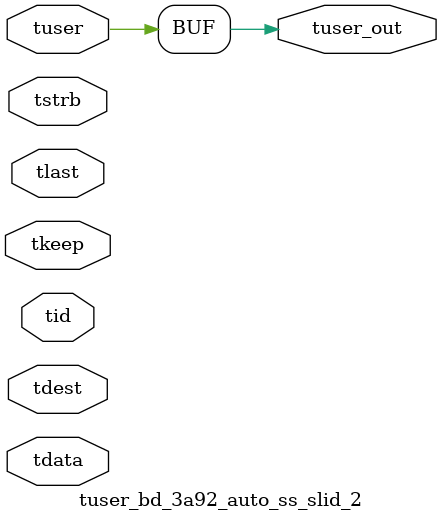
<source format=v>


`timescale 1ps/1ps

module tuser_bd_3a92_auto_ss_slid_2 #
(
parameter C_S_AXIS_TUSER_WIDTH = 1,
parameter C_S_AXIS_TDATA_WIDTH = 32,
parameter C_S_AXIS_TID_WIDTH   = 0,
parameter C_S_AXIS_TDEST_WIDTH = 0,
parameter C_M_AXIS_TUSER_WIDTH = 1
)
(
input  [(C_S_AXIS_TUSER_WIDTH == 0 ? 1 : C_S_AXIS_TUSER_WIDTH)-1:0     ] tuser,
input  [(C_S_AXIS_TDATA_WIDTH == 0 ? 1 : C_S_AXIS_TDATA_WIDTH)-1:0     ] tdata,
input  [(C_S_AXIS_TID_WIDTH   == 0 ? 1 : C_S_AXIS_TID_WIDTH)-1:0       ] tid,
input  [(C_S_AXIS_TDEST_WIDTH == 0 ? 1 : C_S_AXIS_TDEST_WIDTH)-1:0     ] tdest,
input  [(C_S_AXIS_TDATA_WIDTH/8)-1:0 ] tkeep,
input  [(C_S_AXIS_TDATA_WIDTH/8)-1:0 ] tstrb,
input                                                                    tlast,
output [C_M_AXIS_TUSER_WIDTH-1:0] tuser_out
);

assign tuser_out = {tuser[0:0]};

endmodule


</source>
